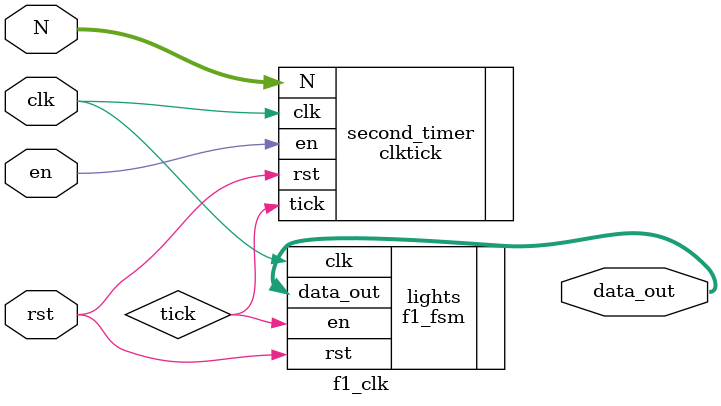
<source format=sv>
module f1_clk #(
    parameter WIDTH = 16
)(
    input logic [WIDTH-1:0] N,
    input logic en,
    input logic rst,
    input logic clk,
    output  logic [7:0] data_out
);

logic tick; //interconnect


clktick second_timer (
    .clk(clk),
    .rst(rst),
    .en(en),
    .N(N),
    .tick(tick)
);

f1_fsm lights (
    .rst(rst),
    .clk(clk),
    .en(tick),
    .data_out(data_out)
);

endmodule

</source>
